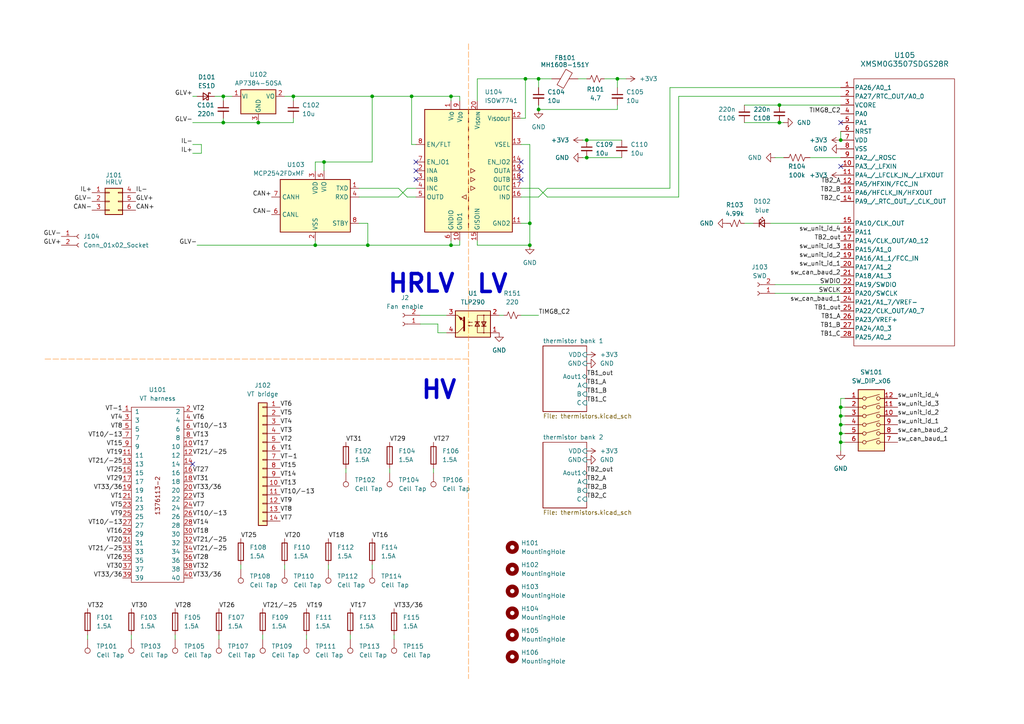
<source format=kicad_sch>
(kicad_sch (version 20250114) (generator "eeschema") (generator_version "9.0")
  (paper "A4")
  (text "HRLV" (at 132.334 85.344 0) (effects (font (size 5.08 5.08) (thickness 1.016) (bold yes)) (justify right bottom)))
  (text "LV" (at 137.922 79.502 0) (effects (font (size 5.08 5.08) (thickness 1.016) (bold yes)) (justify left top)))
  (text "HV" (at 132.842 110.236 0) (effects (font (size 5.08 5.08) (thickness 1.016) (bold yes)) (justify right top)))
  (junction (at 170.18 40.64))
  (junction (at 226.06 35.56))
  (junction (at 130.81 71.12))
  (junction (at 153.67 64.77))
  (junction (at 64.77 35.56))
  (junction (at 243.84 125.73))
  (junction (at 106.68 71.12))
  (junction (at 243.84 40.64))
  (junction (at 64.77 27.94))
  (junction (at 156.21 31.75))
  (junction (at 119.38 27.94))
  (junction (at 91.44 71.12))
  (junction (at 156.21 22.86))
  (junction (at 179.07 22.86))
  (junction (at 243.84 123.19))
  (junction (at 85.09 27.94))
  (junction (at 130.81 27.94))
  (junction (at 107.95 27.94))
  (junction (at 170.18 45.72))
  (junction (at 243.84 120.65))
  (junction (at 226.06 30.48))
  (junction (at 152.4 22.86))
  (junction (at 74.93 35.56))
  (junction (at 153.67 71.12))
  (junction (at 93.98 46.99))
  (junction (at 243.84 128.27))
  (junction (at 243.84 118.11))
  (no_connect (at 243.84 35.56))
  (no_connect (at 120.65 49.53))
  (no_connect (at 151.13 52.07))
  (no_connect (at 120.65 46.99))
  (no_connect (at 151.13 46.99))
  (no_connect (at 151.13 49.53))
  (no_connect (at 120.65 52.07))
  (no_connect (at 243.84 48.26))
  (no_connect (at 55.88 134.62))
  (wire (pts (xy 115.57 54.61) (xy 118.11 57.15)))
  (wire (pts (xy 245.11 115.57) (xy 243.84 115.57)))
  (wire (pts (xy 55.88 35.56) (xy 64.77 35.56)))
  (wire (pts (xy 243.84 123.19) (xy 243.84 125.73)))
  (wire (pts (xy 243.84 125.73) (xy 243.84 128.27)))
  (wire (pts (xy 224.79 45.72) (xy 227.33 45.72)))
  (wire (pts (xy 245.11 118.11) (xy 243.84 118.11)))
  (wire (pts (xy 118.11 54.61) (xy 115.57 57.15)))
  (wire (pts (xy 153.67 71.12) (xy 153.67 64.77)))
  (wire (pts (xy 153.67 41.91) (xy 151.13 41.91)))
  (wire (pts (xy 243.84 38.1) (xy 243.84 40.64)))
  (wire (pts (xy 55.88 41.91) (xy 58.42 41.91)))
  (wire (pts (xy 168.91 40.64) (xy 170.18 40.64)))
  (wire (pts (xy 151.13 54.61) (xy 156.21 54.61)))
  (wire (pts (xy 243.84 27.94) (xy 196.85 27.94)))
  (wire (pts (xy 138.43 69.85) (xy 138.43 71.12)))
  (wire (pts (xy 179.07 25.4) (xy 179.07 22.86)))
  (wire (pts (xy 119.38 27.94) (xy 130.81 27.94)))
  (wire (pts (xy 120.65 41.91) (xy 119.38 41.91)))
  (wire (pts (xy 153.67 64.77) (xy 153.67 41.91)))
  (wire (pts (xy 151.13 34.29) (xy 152.4 34.29)))
  (wire (pts (xy 107.95 163.83) (xy 107.95 165.1)))
  (wire (pts (xy 170.18 40.64) (xy 180.34 40.64)))
  (wire (pts (xy 144.78 91.44) (xy 146.05 91.44)))
  (wire (pts (xy 215.9 35.56) (xy 226.06 35.56)))
  (wire (pts (xy 64.77 27.94) (xy 64.77 29.21)))
  (wire (pts (xy 121.92 93.98) (xy 127 93.98)))
  (wire (pts (xy 119.38 27.94) (xy 119.38 41.91)))
  (wire (pts (xy 170.18 45.72) (xy 180.34 45.72)))
  (wire (pts (xy 151.13 64.77) (xy 153.67 64.77)))
  (wire (pts (xy 125.73 135.89) (xy 125.73 137.16)))
  (wire (pts (xy 82.55 163.83) (xy 82.55 165.1)))
  (wire (pts (xy 100.33 135.89) (xy 100.33 137.16)))
  (wire (pts (xy 76.2 184.15) (xy 76.2 185.42)))
  (wire (pts (xy 224.79 82.55) (xy 243.84 82.55)))
  (wire (pts (xy 130.81 27.94) (xy 130.81 29.21)))
  (wire (pts (xy 120.65 54.61) (xy 118.11 54.61)))
  (wire (pts (xy 114.3 184.15) (xy 114.3 185.42)))
  (wire (pts (xy 130.81 27.94) (xy 133.35 27.94)))
  (wire (pts (xy 38.1 184.15) (xy 38.1 185.42)))
  (wire (pts (xy 179.07 22.86) (xy 181.61 22.86)))
  (wire (pts (xy 194.31 25.4) (xy 243.84 25.4)))
  (wire (pts (xy 156.21 22.86) (xy 160.02 22.86)))
  (wire (pts (xy 156.21 57.15) (xy 158.75 54.61)))
  (wire (pts (xy 243.84 120.65) (xy 243.84 123.19)))
  (wire (pts (xy 127 96.52) (xy 129.54 96.52)))
  (polyline (pts (xy 135.89 104.14) (xy 12.7 104.14)) (stroke (width 0) (type dash) (color 255 146 46 1)))
  (wire (pts (xy 243.84 128.27) (xy 243.84 130.81)))
  (wire (pts (xy 151.13 91.44) (xy 156.21 91.44)))
  (wire (pts (xy 151.13 57.15) (xy 156.21 57.15)))
  (wire (pts (xy 106.68 71.12) (xy 130.81 71.12)))
  (wire (pts (xy 85.09 27.94) (xy 85.09 29.21)))
  (wire (pts (xy 62.23 27.94) (xy 64.77 27.94)))
  (wire (pts (xy 25.4 184.15) (xy 25.4 185.42)))
  (wire (pts (xy 85.09 35.56) (xy 85.09 34.29)))
  (wire (pts (xy 179.07 31.75) (xy 179.07 30.48)))
  (wire (pts (xy 245.11 128.27) (xy 243.84 128.27)))
  (wire (pts (xy 91.44 71.12) (xy 106.68 71.12)))
  (wire (pts (xy 63.5 184.15) (xy 63.5 185.42)))
  (wire (pts (xy 64.77 27.94) (xy 67.31 27.94)))
  (wire (pts (xy 196.85 57.15) (xy 158.75 57.15)))
  (wire (pts (xy 64.77 34.29) (xy 64.77 35.56)))
  (wire (pts (xy 243.84 115.57) (xy 243.84 118.11)))
  (wire (pts (xy 93.98 46.99) (xy 91.44 46.99)))
  (wire (pts (xy 156.21 54.61) (xy 158.75 57.15)))
  (wire (pts (xy 95.25 163.83) (xy 95.25 165.1)))
  (wire (pts (xy 55.88 27.94) (xy 57.15 27.94)))
  (wire (pts (xy 243.84 118.11) (xy 243.84 120.65)))
  (wire (pts (xy 93.98 46.99) (xy 107.95 46.99)))
  (wire (pts (xy 130.81 69.85) (xy 130.81 71.12)))
  (wire (pts (xy 69.85 163.83) (xy 69.85 165.1)))
  (wire (pts (xy 223.52 64.77) (xy 243.84 64.77)))
  (wire (pts (xy 226.06 35.56) (xy 227.33 35.56)))
  (wire (pts (xy 113.03 135.89) (xy 113.03 137.16)))
  (wire (pts (xy 175.26 22.86) (xy 179.07 22.86)))
  (wire (pts (xy 101.6 184.15) (xy 101.6 185.42)))
  (wire (pts (xy 91.44 69.85) (xy 91.44 71.12)))
  (wire (pts (xy 93.98 46.99) (xy 93.98 49.53)))
  (wire (pts (xy 107.95 46.99) (xy 107.95 27.94)))
  (wire (pts (xy 64.77 35.56) (xy 74.93 35.56)))
  (wire (pts (xy 224.79 85.09) (xy 243.84 85.09)))
  (wire (pts (xy 245.11 125.73) (xy 243.84 125.73)))
  (wire (pts (xy 156.21 31.75) (xy 179.07 31.75)))
  (wire (pts (xy 168.91 45.72) (xy 170.18 45.72)))
  (wire (pts (xy 167.64 22.86) (xy 170.18 22.86)))
  (wire (pts (xy 226.06 30.48) (xy 243.84 30.48)))
  (wire (pts (xy 106.68 64.77) (xy 106.68 71.12)))
  (wire (pts (xy 118.11 57.15) (xy 120.65 57.15)))
  (wire (pts (xy 85.09 27.94) (xy 107.95 27.94)))
  (wire (pts (xy 107.95 27.94) (xy 119.38 27.94)))
  (wire (pts (xy 115.57 54.61) (xy 104.14 54.61)))
  (wire (pts (xy 196.85 27.94) (xy 196.85 57.15)))
  (wire (pts (xy 85.09 27.94) (xy 82.55 27.94)))
  (wire (pts (xy 121.92 91.44) (xy 129.54 91.44)))
  (wire (pts (xy 58.42 44.45) (xy 58.42 41.91)))
  (wire (pts (xy 74.93 35.56) (xy 85.09 35.56)))
  (wire (pts (xy 138.43 22.86) (xy 152.4 22.86)))
  (wire (pts (xy 152.4 22.86) (xy 156.21 22.86)))
  (wire (pts (xy 130.81 71.12) (xy 133.35 71.12)))
  (wire (pts (xy 127 93.98) (xy 127 96.52)))
  (wire (pts (xy 245.11 123.19) (xy 243.84 123.19)))
  (wire (pts (xy 57.15 71.12) (xy 91.44 71.12)))
  (polyline (pts (xy 135.89 12.7) (xy 135.89 196.85)) (stroke (width 0) (type dash) (color 255 146 46 1)))
  (wire (pts (xy 133.35 71.12) (xy 133.35 69.85)))
  (wire (pts (xy 138.43 71.12) (xy 153.67 71.12)))
  (wire (pts (xy 138.43 29.21) (xy 138.43 22.86)))
  (wire (pts (xy 50.8 184.15) (xy 50.8 185.42)))
  (wire (pts (xy 104.14 64.77) (xy 106.68 64.77)))
  (wire (pts (xy 194.31 54.61) (xy 194.31 25.4)))
  (wire (pts (xy 158.75 54.61) (xy 194.31 54.61)))
  (wire (pts (xy 133.35 27.94) (xy 133.35 29.21)))
  (wire (pts (xy 156.21 22.86) (xy 156.21 25.4)))
  (wire (pts (xy 215.9 30.48) (xy 226.06 30.48)))
  (wire (pts (xy 88.9 184.15) (xy 88.9 185.42)))
  (wire (pts (xy 245.11 120.65) (xy 243.84 120.65)))
  (wire (pts (xy 115.57 57.15) (xy 104.14 57.15)))
  (wire (pts (xy 156.21 30.48) (xy 156.21 31.75)))
  (wire (pts (xy 55.88 44.45) (xy 58.42 44.45)))
  (wire (pts (xy 215.9 64.77) (xy 218.44 64.77)))
  (wire (pts (xy 234.95 45.72) (xy 243.84 45.72)))
  (wire (pts (xy 152.4 34.29) (xy 152.4 22.86)))
  (wire (pts (xy 91.44 46.99) (xy 91.44 49.53)))
  (label "VT13" (at 81.28 140.97 0))
  (label "VT17" (at 55.88 129.54 0))
  (label "CAN-" (at 78.74 62.23 180))
  (label "VT8" (at 35.56 124.46 180))
  (label "VT25" (at 69.85 156.21 0))
  (label "TB2_B" (at 243.84 55.88 180))
  (label "GLV-" (at 26.67 58.42 180))
  (label "IL+" (at 55.88 44.45 180))
  (label "TB1_A" (at 243.84 92.71 180))
  (label "GLV-" (at 17.78 68.58 180))
  (label "sw_unit_id_4" (at 260.35 115.57 0))
  (label "VT30" (at 35.56 165.1 180))
  (label "SWCLK" (at 243.84 85.09 180))
  (label "sw_unit_id_2" (at 243.84 74.93 180))
  (label "VT32" (at 55.88 165.1 0))
  (label "VT32" (at 25.4 176.53 0))
  (label "CAN+" (at 78.74 57.15 180))
  (label "VT9" (at 81.28 146.05 0))
  (label "sw_can_baud_1" (at 243.84 87.63 180))
  (label "TIMG8_C2" (at 243.84 33.02 180))
  (label "VT25" (at 35.56 137.16 180))
  (label "VT5" (at 81.28 120.65 0))
  (label "VT19" (at 35.56 132.08 180))
  (label "sw_can_baud_1" (at 260.35 128.27 0))
  (label "VT31" (at 55.88 139.7 0))
  (label "VT1" (at 35.56 144.78 180))
  (label "VT26" (at 35.56 162.56 180))
  (label "VT33{slash}36" (at 35.56 142.24 180))
  (label "sw_unit_id_3" (at 260.35 118.11 0))
  (label "GLV+" (at 39.37 58.42 0))
  (label "VT2" (at 81.28 128.27 0))
  (label "VT9" (at 35.56 149.86 180))
  (label "sw_unit_id_3" (at 243.84 72.39 180))
  (label "IL+" (at 26.67 55.88 180))
  (label "VT10{slash}-13" (at 55.88 149.86 0))
  (label "TB1_A" (at 170.18 111.76 0))
  (label "VT5" (at 35.56 147.32 180))
  (label "VT-1" (at 81.28 133.35 0))
  (label "VT21{slash}-25" (at 76.2 176.53 0))
  (label "sw_unit_id_2" (at 260.35 120.65 0))
  (label "VT28" (at 50.8 176.53 0))
  (label "TB2_out" (at 243.84 69.85 180))
  (label "VT20" (at 82.55 156.21 0))
  (label "VT-1" (at 35.56 119.38 180))
  (label "VT10{slash}-13" (at 81.28 143.51 0))
  (label "VT29" (at 113.03 128.27 0))
  (label "TB2_C" (at 243.84 58.42 180))
  (label "GLV+" (at 55.88 27.94 180))
  (label "VT33{slash}36" (at 55.88 167.64 0))
  (label "VT31" (at 100.33 128.27 0))
  (label "VT18" (at 55.88 154.94 0))
  (label "CAN-" (at 26.67 60.96 180))
  (label "IL-" (at 39.37 55.88 0))
  (label "TB1_out" (at 170.18 109.22 0))
  (label "VT16" (at 107.95 156.21 0))
  (label "VT33{slash}36" (at 55.88 142.24 0))
  (label "VT30" (at 38.1 176.53 0))
  (label "VT20" (at 35.56 157.48 180))
  (label "VT16" (at 35.56 154.94 180))
  (label "TB1_B" (at 170.18 114.3 0))
  (label "VT14" (at 55.88 152.4 0))
  (label "VT3" (at 81.28 125.73 0))
  (label "sw_unit_id_1" (at 243.84 77.47 180))
  (label "VT18" (at 95.25 156.21 0))
  (label "VT10{slash}-13" (at 35.56 127 180))
  (label "TB2_C" (at 170.18 144.78 0))
  (label "TIMG8_C2" (at 156.21 91.44 0))
  (label "VT15" (at 81.28 135.89 0))
  (label "sw_unit_id_1" (at 260.35 123.19 0))
  (label "TB2_A" (at 170.18 139.7 0))
  (label "TB1_C" (at 243.84 97.79 180))
  (label "VT27" (at 125.73 128.27 0))
  (label "VT33{slash}36" (at 35.56 167.64 180))
  (label "VT6" (at 55.88 121.92 0))
  (label "GLV-" (at 57.15 71.12 180))
  (label "VT29" (at 35.56 139.7 180))
  (label "VT26" (at 63.5 176.53 0))
  (label "VT14" (at 81.28 138.43 0))
  (label "TB1_C" (at 170.18 116.84 0))
  (label "VT10{slash}-13" (at 55.88 124.46 0))
  (label "GLV-" (at 55.88 35.56 180))
  (label "VT7" (at 55.88 147.32 0))
  (label "TB2_out" (at 170.18 137.16 0))
  (label "sw_can_baud_2" (at 243.84 80.01 180))
  (label "VT21{slash}-25" (at 55.88 160.02 0))
  (label "VT10{slash}-13" (at 35.56 152.4 180))
  (label "TB1_B" (at 243.84 95.25 180))
  (label "VT33{slash}36" (at 114.3 176.53 0))
  (label "CAN+" (at 39.37 60.96 0))
  (label "sw_can_baud_2" (at 260.35 125.73 0))
  (label "VT28" (at 55.88 162.56 0))
  (label "VT3" (at 55.88 144.78 0))
  (label "VT19" (at 88.9 176.53 0))
  (label "VT27" (at 55.88 137.16 0))
  (label "VT21{slash}-25" (at 35.56 160.02 180))
  (label "VT4" (at 81.28 123.19 0))
  (label "VT21{slash}-25" (at 55.88 157.48 0))
  (label "VT13" (at 55.88 127 0))
  (label "TB1_out" (at 243.84 90.17 180))
  (label "VT7" (at 81.28 151.13 0))
  (label "VT2" (at 55.88 119.38 0))
  (label "GLV+" (at 17.78 71.12 180))
  (label "VT6" (at 81.28 118.11 0))
  (label "VT8" (at 81.28 148.59 0))
  (label "VT17" (at 101.6 176.53 0))
  (label "sw_unit_id_4" (at 243.84 67.31 180))
  (label "VT21{slash}-25" (at 55.88 132.08 0))
  (label "VT21{slash}-25" (at 35.56 134.62 180))
  (label "SWDIO" (at 243.84 82.55 180))
  (label "TB2_B" (at 170.18 142.24 0))
  (label "TB2_A" (at 243.84 53.34 180))
  (label "IL-" (at 55.88 41.91 180))
  (label "VT1" (at 81.28 130.81 0))
  (label "VT4" (at 35.56 121.92 180))
  (label "VT15" (at 35.56 129.54 180))
  (symbol (lib_id "Connector:TestPoint") (at 101.6 185.42 180) (unit 1)
    (property "Reference" "TP113" (at 104.14 187.4519 0) (effects (justify right)))
    (property "Value" "Cell Tap" (at 104.14 189.9919 0) (effects (justify right)))
    (property "Footprint" "zzLocalLibraries-Footprints:pad 2.667x6.472mm" (effects (hide yes)))
    (property "Description" "test point" (effects (hide yes)))
  )
  (symbol (lib_id "Device:Fuse") (at 63.5 180.34 0) (unit 1)
    (property "Reference" "F107" (at 66.04 179.0699 0) (effects (justify left)))
    (property "Value" "1.5A" (at 66.04 181.6099 0) (effects (justify left)))
    (property "Footprint" "zzLocalLibraries-Footprints:yageo fuse 6.1x2.5mm midplane" (effects (hide yes)))
    (property "Description" "Fuse" (effects (hide yes)))
    (property "mouser" "https://www.mouser.com/ProductDetail/YAGEO/JC24F1251R?qs=iLKYxzqNS76OowKL6e%252Bptg%3D%3D" (effects (hide yes)))
    (property "unit x1" "0.18" (effects (hide yes)))
    (property "unit x10" "0.147" (effects (hide yes)))
    (property "unit x50" "0.131" (effects (hide yes)))
    (property "unit x100" "0.122" (effects (hide yes)))
  )
  (symbol (lib_id "Device:R_Small_US") (at 148.59 91.44 90) (unit 1)
    (property "Reference" "R151" (at 148.59 85.09 90))
    (property "Value" "220" (at 148.59 87.63 90))
    (property "Footprint" "Resistor_SMD:R_1206_3216Metric" (effects (hide yes)))
    (property "Description" "Resistor, small US symbol" (effects (hide yes)))
  )
  (symbol (lib_id "Regulator_Linear:AP7384-50SA") (at 74.93 27.94 0) (unit 1)
    (property "Reference" "U102" (at 74.93 21.59 0))
    (property "Value" "AP7384-50SA" (at 74.93 24.13 0))
    (property "Footprint" "Package_TO_SOT_SMD:SOT-23-3" (effects (hide yes)))
    (property "Datasheet" "https://www.diodes.com/assets/Datasheets/AP7384.pdf" (effects (hide yes)))
    (property "Description" "50mA Low Dropout Voltage Regulator, Fixed Output 5V, Wide Input Voltage Range 40V, SOT-23" (effects (hide yes)))
    (property "mouser" "https://www.mouser.com/ProductDetail/Diodes-Incorporated/AP7375-50SA-7?qs=t7xnP681wgX8yYKy1Pe5iA%3D%3D" (effects (hide yes)))
    (property "unit x1" "0.25" (effects (hide yes)))
    (property "unit x10" "0.174" (effects (hide yes)))
    (property "unit x25" "0.154" (effects (hide yes)))
  )
  (symbol (lib_id "power:GND") (at 153.67 71.12 0) (unit 1)
    (property "Reference" "#PWR0101" (effects (hide yes)))
    (property "Value" "GND" (at 153.67 76.2 0))
    (property "Description" "Power symbol creates a global label with name \"GND\" , ground" (effects (hide yes)))
  )
  (symbol (lib_id "power:+3V3") (at 181.61 22.86 270) (unit 1)
    (property "Reference" "#PWR0107" (effects (hide yes)))
    (property "Value" "+3V3" (at 185.42 22.8599 90) (effects (justify left)))
    (property "Description" "Power symbol creates a global label with name \"+3V3\"" (effects (hide yes)))
  )
  (symbol (lib_id "power:GND") (at 243.84 43.18 270) (unit 1)
    (property "Reference" "#PWR0112" (effects (hide yes)))
    (property "Value" "GND" (at 240.03 43.1799 90) (effects (justify right)))
    (property "Description" "Power symbol creates a global label with name \"GND\" , ground" (effects (hide yes)))
  )
  (symbol (lib_id "power:+3V3") (at 168.91 40.64 90) (unit 1)
    (property "Reference" "#PWR0114" (effects (hide yes)))
    (property "Value" "+3V3" (at 165.1 40.6399 90) (effects (justify left)))
    (property "Description" "Power symbol creates a global label with name \"+3V3\"" (effects (hide yes)))
  )
  (symbol (lib_id "power:GND") (at 168.91 45.72 270) (unit 1)
    (property "Reference" "#PWR0115" (effects (hide yes)))
    (property "Value" "GND" (at 165.1 45.7199 90) (effects (justify right)))
    (property "Description" "Power symbol creates a global label with name \"GND\" , ground" (effects (hide yes)))
  )
  (symbol (lib_id "Device:C_Small") (at 180.34 43.18 0) (unit 1)
    (property "Reference" "C110" (at 182.88 41.9162 0) (effects (justify left)))
    (property "Value" "10u" (at 182.88 44.4562 0) (effects (justify left)))
    (property "Footprint" "Capacitor_SMD:C_1206_3216Metric_Pad1.33x1.80mm_HandSolder" (effects (hide yes)))
    (property "mouser" "https://www.mouser.com/ProductDetail/Samsung-Electro-Mechanics/CL31A106KBHNNNE?qs=sGAEpiMZZMsh%252B1woXyUXjxqcB7t9naYpzWmpMbMJIKQ%3D" (effects (hide yes)))
    (property "specs" "10uF, 50VDC, X5R, 10%, -55C, +85C" (effects (hide yes)))
    (property "unit x10" "0.07" (effects (hide yes)))
  )
  (symbol (lib_id "power:+3V3") (at 243.84 40.64 90) (unit 1)
    (property "Reference" "#PWR0108" (effects (hide yes)))
    (property "Value" "+3V3" (at 240.03 40.6399 90) (effects (justify left)))
    (property "Description" "Power symbol creates a global label with name \"+3V3\"" (effects (hide yes)))
  )
  (symbol (lib_id "Mechanical:MountingHole") (at 148.59 184.15 0) (unit 1) (in_bom no)
    (property "Reference" "H105" (at 151.13 182.8799 0) (effects (justify left)))
    (property "Value" "MountingHole" (at 151.13 185.4199 0) (effects (justify left)))
    (property "Footprint" "MountingHole:MountingHole_3.5mm" (effects (hide yes)))
    (property "Description" "Mounting Hole without connection" (effects (hide yes)))
  )
  (symbol (lib_id "Switch:SW_DIP_x06") (at 252.73 123.19 0) (unit 1)
    (property "Reference" "SW101" (at 252.73 107.95 0))
    (property "Value" "SW_DIP_x06" (at 252.73 110.49 0))
    (property "Footprint" "Button_Switch_SMD:SW_DIP_SPSTx06_Slide_Copal_CHS-06B_W7.62mm_P1.27mm" (effects (hide yes)))
    (property "Description" "6x DIP Switch, Single Pole Single Throw (SPST) switch, small symbol" (effects (hide yes)))
    (property "mouser" "https://www.mouser.com/ProductDetail/Same-Sky/DS05-127-2-06BK-SMT-TR?qs=wnTfsH77Xs4komqOSO1RHA%3D%3D&srsltid=AfmBOoqYZ0ET69OYj9FMLbB77IkiC9Z727tyrlpyKPFisHyXLURIY2sR" (effects (hide yes)))
    (property "unit x1" "1.64" (effects (hide yes)))
    (property "unit x10" "1.39" (effects (hide yes)))
  )
  (symbol (lib_id "Connector:TestPoint") (at 76.2 185.42 180) (unit 1)
    (property "Reference" "TP109" (at 78.74 187.4519 0) (effects (justify right)))
    (property "Value" "Cell Tap" (at 78.74 189.9919 0) (effects (justify right)))
    (property "Footprint" "zzLocalLibraries-Footprints:pad 2.667x6.472mm" (effects (hide yes)))
    (property "Description" "test point" (effects (hide yes)))
  )
  (symbol (lib_id "power:+3V3") (at 170.18 130.81 270) (unit 1)
    (property "Reference" "#PWR0105" (effects (hide yes)))
    (property "Value" "+3V3" (at 173.99 130.8099 90) (effects (justify left)))
    (property "Description" "Power symbol creates a global label with name \"+3V3\"" (effects (hide yes)))
  )
  (symbol (lib_id "Interface_CAN_LIN:MCP2542FDxMF") (at 91.44 59.69 0) (mirror y) (unit 1)
    (property "Reference" "U103" (at 88.392 47.752 0) (effects (justify left)))
    (property "Value" "MCP2542FDxMF" (at 88.392 50.292 0) (effects (justify left)))
    (property "Footprint" "Package_SO:SOIC-8_3.9x4.9mm_P1.27mm" (effects (hide yes)))
    (property "Datasheet" "http://ww1.microchip.com/downloads/en/DeviceDoc/MCP2542FD-4FD-MCP2542WFD-4WFD-Data-Sheet20005514B.pdf" (effects (hide yes)))
    (property "Description" "CAN-FD Transceiver, Wake-Up on CAN activity, 8Mbps, 5V supply, STBY pin, 3x3 DFN-8" (effects (hide yes)))
    (property "mouser" "https://www.mouser.com/ProductDetail/579-MCP2542FD-E-SN" (effects (hide yes)))
    (property "unit x10" "0.86" (effects (hide yes)))
  )
  (symbol (lib_id "Device:Fuse") (at 25.4 180.34 0) (unit 1)
    (property "Reference" "F101" (at 27.94 179.0699 0) (effects (justify left)))
    (property "Value" "1.5A" (at 27.94 181.6099 0) (effects (justify left)))
    (property "Footprint" "zzLocalLibraries-Footprints:yageo fuse 6.1x2.5mm midplane" (effects (hide yes)))
    (property "Description" "Fuse" (effects (hide yes)))
    (property "mouser" "https://www.mouser.com/ProductDetail/YAGEO/JC24F1251R?qs=iLKYxzqNS76OowKL6e%252Bptg%3D%3D" (effects (hide yes)))
    (property "unit x1" "0.18" (effects (hide yes)))
    (property "unit x10" "0.147" (effects (hide yes)))
    (property "unit x50" "0.131" (effects (hide yes)))
    (property "unit x100" "0.122" (effects (hide yes)))
  )
  (symbol (lib_id "Connector:TestPoint") (at 88.9 185.42 180) (unit 1)
    (property "Reference" "TP111" (at 91.44 187.4519 0) (effects (justify right)))
    (property "Value" "Cell Tap" (at 91.44 189.9919 0) (effects (justify right)))
    (property "Footprint" "zzLocalLibraries-Footprints:pad 2.667x6.472mm" (effects (hide yes)))
    (property "Description" "test point" (effects (hide yes)))
  )
  (symbol (lib_id "Device:Fuse") (at 95.25 160.02 0) (unit 1)
    (property "Reference" "F112" (at 97.79 158.7499 0) (effects (justify left)))
    (property "Value" "1.5A" (at 97.79 161.2899 0) (effects (justify left)))
    (property "Footprint" "zzLocalLibraries-Footprints:yageo fuse 6.1x2.5mm midplane" (effects (hide yes)))
    (property "Description" "Fuse" (effects (hide yes)))
    (property "mouser" "https://www.mouser.com/ProductDetail/YAGEO/JC24F1251R?qs=iLKYxzqNS76OowKL6e%252Bptg%3D%3D" (effects (hide yes)))
    (property "unit x1" "0.18" (effects (hide yes)))
    (property "unit x10" "0.147" (effects (hide yes)))
    (property "unit x50" "0.131" (effects (hide yes)))
    (property "unit x100" "0.122" (effects (hide yes)))
  )
  (symbol (lib_id "Device:C_Small") (at 226.06 33.02 180) (unit 1)
    (property "Reference" "C108" (at 223.52 34.2838 0) (effects (justify left)))
    (property "Value" "220n" (at 223.52 31.7438 0) (effects (justify left)))
    (property "Footprint" "Capacitor_SMD:C_0805_2012Metric_Pad1.18x1.45mm_HandSolder" (effects (hide yes)))
    (property "Datasheet" "https://www.mouser.com/ProductDetail/Samsung-Electro-Mechanics/CL31B224KBFNNNF?qs=sGAEpiMZZMsh%252B1woXyUXj7iNKXiFkBmw7C%252BUlKpuDJ8%3D" (effects (hide yes)))
    (property "mouser" "https://www.mouser.com/ProductDetail/Samsung-Electro-Mechanics/CL21B224KCFSFNE?qs=664zcAxDQ0l4Y1eUk6Zc1g%3D%3D" (effects (hide yes)))
    (property "specs" "100VDC, X7R, 10%, -55C, +125C, 220nF" (effects (hide yes)))
    (property "unit x10" "0.054" (effects (hide yes)))
  )
  (symbol (lib_id "Device:Fuse") (at 113.03 132.08 0) (unit 1)
    (property "Reference" "F104" (at 115.57 130.8099 0) (effects (justify left)))
    (property "Value" "1.5A" (at 115.57 133.3499 0) (effects (justify left)))
    (property "Footprint" "zzLocalLibraries-Footprints:yageo fuse 6.1x2.5mm midplane" (effects (hide yes)))
    (property "Description" "Fuse" (effects (hide yes)))
    (property "mouser" "https://www.mouser.com/ProductDetail/YAGEO/JC24F1251R?qs=iLKYxzqNS76OowKL6e%252Bptg%3D%3D" (effects (hide yes)))
    (property "unit x1" "0.18" (effects (hide yes)))
    (property "unit x10" "0.147" (effects (hide yes)))
    (property "unit x50" "0.131" (effects (hide yes)))
    (property "unit x100" "0.122" (effects (hide yes)))
  )
  (symbol (lib_id "Connector:TestPoint") (at 114.3 185.42 180) (unit 1)
    (property "Reference" "TP115" (at 116.84 187.4519 0) (effects (justify right)))
    (property "Value" "Cell Tap" (at 116.84 189.9919 0) (effects (justify right)))
    (property "Footprint" "zzLocalLibraries-Footprints:pad 2.667x6.472mm" (effects (hide yes)))
    (property "Description" "test point" (effects (hide yes)))
  )
  (symbol (lib_id "Device:Fuse") (at 88.9 180.34 0) (unit 1)
    (property "Reference" "F111" (at 91.44 179.0699 0) (effects (justify left)))
    (property "Value" "1.5A" (at 91.44 181.6099 0) (effects (justify left)))
    (property "Footprint" "zzLocalLibraries-Footprints:yageo fuse 6.1x2.5mm midplane" (effects (hide yes)))
    (property "Description" "Fuse" (effects (hide yes)))
    (property "mouser" "https://www.mouser.com/ProductDetail/YAGEO/JC24F1251R?qs=iLKYxzqNS76OowKL6e%252Bptg%3D%3D" (effects (hide yes)))
    (property "unit x1" "0.18" (effects (hide yes)))
    (property "unit x10" "0.147" (effects (hide yes)))
    (property "unit x50" "0.131" (effects (hide yes)))
    (property "unit x100" "0.122" (effects (hide yes)))
  )
  (symbol (lib_id "Mechanical:MountingHole") (at 148.59 171.45 0) (unit 1) (in_bom no)
    (property "Reference" "H103" (at 151.13 170.1799 0) (effects (justify left)))
    (property "Value" "MountingHole" (at 151.13 172.7199 0) (effects (justify left)))
    (property "Footprint" "MountingHole:MountingHole_3.5mm" (effects (hide yes)))
    (property "Description" "Mounting Hole without connection" (effects (hide yes)))
  )
  (symbol (lib_id "Mechanical:MountingHole") (at 148.59 165.1 0) (unit 1) (in_bom no)
    (property "Reference" "H102" (at 151.13 163.8299 0) (effects (justify left)))
    (property "Value" "MountingHole" (at 151.13 166.3699 0) (effects (justify left)))
    (property "Footprint" "MountingHole:MountingHole_3.5mm" (effects (hide yes)))
    (property "Description" "Mounting Hole without connection" (effects (hide yes)))
  )
  (symbol (lib_id "power:+3V3") (at 243.84 50.8 90) (unit 1)
    (property "Reference" "#PWR0116" (effects (hide yes)))
    (property "Value" "+3V3" (at 240.03 50.7999 90) (effects (justify left)))
    (property "Description" "Power symbol creates a global label with name \"+3V3\"" (effects (hide yes)))
  )
  (symbol (lib_id "Connector:Conn_01x02_Socket") (at 116.84 93.98 180) (unit 1)
    (property "Reference" "J2" (at 117.475 86.36 0))
    (property "Value" "Fan enable" (at 117.475 88.9 0))
    (property "Footprint" "Connector_PinHeader_2.00mm:PinHeader_1x02_P2.00mm_Vertical" (effects (hide yes)))
    (property "Description" "Generic connector, single row, 01x02, script generated" (effects (hide yes)))
  )
  (symbol (lib_id "power:+3V3") (at 170.18 102.87 270) (unit 1)
    (property "Reference" "#PWR0103" (effects (hide yes)))
    (property "Value" "+3V3" (at 173.99 102.8699 90) (effects (justify left)))
    (property "Description" "Power symbol creates a global label with name \"+3V3\"" (effects (hide yes)))
  )
  (symbol (lib_id "Device:Fuse") (at 107.95 160.02 0) (unit 1)
    (property "Reference" "F114" (at 110.49 158.7499 0) (effects (justify left)))
    (property "Value" "1.5A" (at 110.49 161.2899 0) (effects (justify left)))
    (property "Footprint" "zzLocalLibraries-Footprints:yageo fuse 6.1x2.5mm midplane" (effects (hide yes)))
    (property "Description" "Fuse" (effects (hide yes)))
    (property "mouser" "https://www.mouser.com/ProductDetail/YAGEO/JC24F1251R?qs=iLKYxzqNS76OowKL6e%252Bptg%3D%3D" (effects (hide yes)))
    (property "unit x1" "0.18" (effects (hide yes)))
    (property "unit x10" "0.147" (effects (hide yes)))
    (property "unit x50" "0.131" (effects (hide yes)))
    (property "unit x100" "0.122" (effects (hide yes)))
  )
  (symbol (lib_id "Connector:TestPoint") (at 82.55 165.1 180) (unit 1)
    (property "Reference" "TP110" (at 85.09 167.1319 0) (effects (justify right)))
    (property "Value" "Cell Tap" (at 85.09 169.6719 0) (effects (justify right)))
    (property "Footprint" "zzLocalLibraries-Footprints:pad 2.667x6.472mm" (effects (hide yes)))
    (property "Description" "test point" (effects (hide yes)))
  )
  (symbol (lib_id "Device:C_Small") (at 64.77 31.75 0) (mirror y) (unit 1)
    (property "Reference" "C101" (at 62.23 30.4862 0) (effects (justify left)))
    (property "Value" "220n" (at 62.23 33.0262 0) (effects (justify left)))
    (property "Footprint" "Capacitor_SMD:C_0805_2012Metric_Pad1.18x1.45mm_HandSolder" (effects (hide yes)))
    (property "Datasheet" "https://www.mouser.com/ProductDetail/Samsung-Electro-Mechanics/CL31B224KBFNNNF?qs=sGAEpiMZZMsh%252B1woXyUXj7iNKXiFkBmw7C%252BUlKpuDJ8%3D" (effects (hide yes)))
    (property "mouser" "https://www.mouser.com/ProductDetail/Samsung-Electro-Mechanics/CL21B224KCFSFNE?qs=664zcAxDQ0l4Y1eUk6Zc1g%3D%3D" (effects (hide yes)))
    (property "specs" "100VDC, X7R, 10%, -55C, +125C, 220nF" (effects (hide yes)))
    (property "unit x10" "0.054" (effects (hide yes)))
  )
  (symbol (lib_id "zzLocalLibrary:13761132") (at 45.72 143.51 270) (unit 1)
    (property "Reference" "U101" (at 45.72 113.03 90))
    (property "Value" "VT harness" (at 45.72 115.57 90))
    (property "Footprint" "zzLocalLibraries-Footprints:13761132" (effects (hide yes)))
  )
  (symbol (lib_id "Connector:TestPoint") (at 50.8 185.42 180) (unit 1)
    (property "Reference" "TP105" (at 53.34 187.4519 0) (effects (justify right)))
    (property "Value" "Cell Tap" (at 53.34 189.9919 0) (effects (justify right)))
    (property "Footprint" "zzLocalLibraries-Footprints:pad 2.667x6.472mm" (effects (hide yes)))
    (property "Description" "test point" (effects (hide yes)))
  )
  (symbol (lib_id "Device:Fuse") (at 38.1 180.34 0) (unit 1)
    (property "Reference" "F103" (at 40.64 179.0699 0) (effects (justify left)))
    (property "Value" "1.5A" (at 40.64 181.6099 0) (effects (justify left)))
    (property "Footprint" "zzLocalLibraries-Footprints:yageo fuse 6.1x2.5mm midplane" (effects (hide yes)))
    (property "Description" "Fuse" (effects (hide yes)))
    (property "mouser" "https://www.mouser.com/ProductDetail/YAGEO/JC24F1251R?qs=iLKYxzqNS76OowKL6e%252Bptg%3D%3D" (effects (hide yes)))
    (property "unit x1" "0.18" (effects (hide yes)))
    (property "unit x10" "0.147" (effects (hide yes)))
    (property "unit x50" "0.131" (effects (hide yes)))
    (property "unit x100" "0.122" (effects (hide yes)))
  )
  (symbol (lib_id "Isolator:TLP290") (at 137.16 93.98 180) (unit 1)
    (property "Reference" "U1" (at 137.16 85.09 0))
    (property "Value" "TLP290" (at 137.16 87.63 0))
    (property "Footprint" "Package_SO:SOP-4_4.4x2.6mm_P1.27mm" (effects (hide yes)))
    (property "Datasheet" "https://toshiba.semicon-storage.com/info/docget.jsp?did=12882&prodName=TLP290" (effects (hide yes)))
    (property "Description" "AC/DC Phototransistor Optocoupler, Vce 80V, CTR 50-600%, not recommended for new designs, SOP4" (effects (hide yes)))
  )
  (symbol (lib_id "Device:FerriteBead") (at 163.83 22.86 90) (unit 1)
    (property "Reference" "FB101" (at 163.8808 16.764 90))
    (property "Value" "MH1608-151Y" (at 163.83 18.796 90))
    (property "Footprint" "Inductor_SMD:L_0603_1608Metric_Pad1.05x0.95mm_HandSolder" (effects (hide yes)))
    (property "Description" "Ferrite bead" (effects (hide yes)))
    (property "specs" "150R@100Mhz +-25%, 0.1@DC, 2A max, -55C, +125C" (effects (hide yes)))
    (property "mouser" "https://www.mouser.com/ProductDetail/Bourns/MH1608-151Y?qs=aqFbwuCjQomGpgiGtpDD0g%3D%3D" (effects (hide yes)))
    (property "unit x1" "0.10" (effects (hide yes)))
    (property "unit x10" "0.07" (effects (hide yes)))
    (property "unit x25" "0.055" (effects (hide yes)))
  )
  (symbol (lib_id "Device:Fuse") (at 125.73 132.08 0) (unit 1)
    (property "Reference" "F106" (at 128.27 130.8099 0) (effects (justify left)))
    (property "Value" "1.5A" (at 128.27 133.3499 0) (effects (justify left)))
    (property "Footprint" "zzLocalLibraries-Footprints:yageo fuse 6.1x2.5mm midplane" (effects (hide yes)))
    (property "Description" "Fuse" (effects (hide yes)))
    (property "mouser" "https://www.mouser.com/ProductDetail/YAGEO/JC24F1251R?qs=iLKYxzqNS76OowKL6e%252Bptg%3D%3D" (effects (hide yes)))
    (property "unit x1" "0.18" (effects (hide yes)))
    (property "unit x10" "0.147" (effects (hide yes)))
    (property "unit x50" "0.131" (effects (hide yes)))
    (property "unit x100" "0.122" (effects (hide yes)))
  )
  (symbol (lib_id "Device:R_US") (at 231.14 45.72 270) (unit 1)
    (property "Reference" "R104" (at 231.14 48.26 90))
    (property "Value" "100k" (at 231.14 50.8 90))
    (property "Footprint" "Resistor_SMD:R_1206_3216Metric_Pad1.30x1.75mm_HandSolder" (effects (hide yes)))
    (property "Datasheet" "https://www.mouser.com/ProductDetail/Bourns/CHV1206-FX-1003EST?qs=QNEnbhJQKvb7tN9X9nEnDA%3D%3D" (effects (hide yes)))
    (property "Description" "Resistor, US symbol" (effects (hide yes)))
    (property "mouser" "https://www.mouser.com/ProductDetail/Bourns/CHV1206-FX-1003EST?qs=QNEnbhJQKvb7tN9X9nEnDA%3D%3D" (effects (hide yes)))
    (property "specs" "100kOhm, 800V, 250mW, 100PPM, 1%, -55C, 155C" (effects (hide yes)))
    (property "unit x10" "0.083" (effects (hide yes)))
  )
  (symbol (lib_id "Mechanical:MountingHole") (at 148.59 158.75 0) (unit 1) (in_bom no)
    (property "Reference" "H101" (at 151.13 157.4799 0) (effects (justify left)))
    (property "Value" "MountingHole" (at 151.13 160.0199 0) (effects (justify left)))
    (property "Footprint" "MountingHole:MountingHole_3.5mm" (effects (hide yes)))
    (property "Description" "Mounting Hole without connection" (effects (hide yes)))
  )
  (symbol (lib_id "Connector:TestPoint") (at 107.95 165.1 180) (unit 1)
    (property "Reference" "TP114" (at 110.49 167.1319 0) (effects (justify right)))
    (property "Value" "Cell Tap" (at 110.49 169.6719 0) (effects (justify right)))
    (property "Footprint" "zzLocalLibraries-Footprints:pad 2.667x6.472mm" (effects (hide yes)))
    (property "Description" "test point" (effects (hide yes)))
  )
  (symbol (lib_id "power:GND") (at 227.33 35.56 90) (unit 1)
    (property "Reference" "#PWR0111" (effects (hide yes)))
    (property "Value" "GND" (at 231.14 35.5599 90) (effects (justify right)))
    (property "Description" "Power symbol creates a global label with name \"GND\" , ground" (effects (hide yes)))
  )
  (symbol (lib_id "Device:Fuse") (at 101.6 180.34 0) (unit 1)
    (property "Reference" "F113" (at 104.14 179.0699 0) (effects (justify left)))
    (property "Value" "1.5A" (at 104.14 181.6099 0) (effects (justify left)))
    (property "Footprint" "zzLocalLibraries-Footprints:yageo fuse 6.1x2.5mm midplane" (effects (hide yes)))
    (property "Description" "Fuse" (effects (hide yes)))
    (property "mouser" "https://www.mouser.com/ProductDetail/YAGEO/JC24F1251R?qs=iLKYxzqNS76OowKL6e%252Bptg%3D%3D" (effects (hide yes)))
    (property "unit x1" "0.18" (effects (hide yes)))
    (property "unit x10" "0.147" (effects (hide yes)))
    (property "unit x50" "0.131" (effects (hide yes)))
    (property "unit x100" "0.122" (effects (hide yes)))
  )
  (symbol (lib_id "Mechanical:MountingHole") (at 148.59 190.5 0) (unit 1) (in_bom no)
    (property "Reference" "H106" (at 151.13 189.2299 0) (effects (justify left)))
    (property "Value" "MountingHole" (at 151.13 191.7699 0) (effects (justify left)))
    (property "Footprint" "MountingHole:MountingHole_3.5mm" (effects (hide yes)))
    (property "Description" "Mounting Hole without connection" (effects (hide yes)))
  )
  (symbol (lib_id "Device:R_Small_US") (at 213.36 64.77 90) (mirror x) (unit 1)
    (property "Reference" "R103" (at 213.106 59.436 90))
    (property "Value" "4.99k" (at 213.106 61.976 90))
    (property "Footprint" "Resistor_SMD:R_1206_3216Metric_Pad1.30x1.75mm_HandSolder" (effects (hide yes)))
    (property "Description" "Resistor, US symbol" (effects (hide yes)))
    (property "mouser" "https://www.mouser.com/ProductDetail/SEI-Stackpole/RNCP1206FTD4K99?qs=sGAEpiMZZMvdGkrng054tyMPH50YnZ95yR%2FF2bQQIaAb5UdPiGbTtQ%3D%3D" (effects (hide yes)))
    (property "specs" "4.99kOhm, 200V, 500mW, 1%, 100PPM, -55C, +155C" (effects (hide yes)))
    (property "unit x10" "0.016" (effects (hide yes)))
    (property "unit x1" "0.1" (effects (hide yes)))
  )
  (symbol (lib_id "zzLocalLibrary:XMSM0G3507SDGS28R") (at 261.62 60.96 0) (unit 1)
    (property "Reference" "U105" (at 262.382 16.002 0) (effects (font (size 1.524 1.524))))
    (property "Value" "XMSM0G3507SDGS28R" (at 262.382 18.542 0) (effects (font (size 1.524 1.524))))
    (property "Footprint" "zzLocalLibraries-Footprints:VSSOP28_DGS_TEX-M" (effects (hide yes)))
    (property "Datasheet" "https://www.ti.com/lit/gpn/mspm0g3507" (effects (hide yes)))
    (property "Description" "theres like 5 variants with 1 letter different, make sure it fits!" (effects (hide yes)))
    (property "mouser" "https://www.mouser.com/ProductDetail/Texas-Instruments/MSPM0G3507SDGS28R?qs=sGAEpiMZZMuI9neUTtPr757IDD%2FwidVOASL%252BOMa3IXXc2xnWhy0sWg%3D%3D" (effects (hide yes)))
    (property "unit x10" "02.14" (effects (hide yes)))
    (property "unit x1" "3.25" (effects (hide yes)))
  )
  (symbol (lib_id "Connector:TestPoint") (at 95.25 165.1 180) (unit 1)
    (property "Reference" "TP112" (at 97.79 167.1319 0) (effects (justify right)))
    (property "Value" "Cell Tap" (at 97.79 169.6719 0) (effects (justify right)))
    (property "Footprint" "zzLocalLibraries-Footprints:pad 2.667x6.472mm" (effects (hide yes)))
    (property "Description" "test point" (effects (hide yes)))
  )
  (symbol (lib_id "Device:C_Small") (at 85.09 31.75 0) (unit 1)
    (property "Reference" "C102" (at 87.63 30.4862 0) (effects (justify left)))
    (property "Value" "10u" (at 87.63 33.0262 0) (effects (justify left)))
    (property "Footprint" "Capacitor_SMD:C_1206_3216Metric_Pad1.33x1.80mm_HandSolder" (effects (hide yes)))
    (property "mouser" "https://www.mouser.com/ProductDetail/Samsung-Electro-Mechanics/CL31A106KBHNNNE?qs=sGAEpiMZZMsh%252B1woXyUXjxqcB7t9naYpzWmpMbMJIKQ%3D" (effects (hide yes)))
    (property "specs" "10uF, 50VDC, X5R, 10%, -55C, +85C" (effects (hide yes)))
    (property "unit x10" "0.07" (effects (hide yes)))
  )
  (symbol (lib_id "Connector:TestPoint") (at 125.73 137.16 180) (unit 1)
    (property "Reference" "TP106" (at 128.27 139.1919 0) (effects (justify right)))
    (property "Value" "Cell Tap" (at 128.27 141.7319 0) (effects (justify right)))
    (property "Footprint" "zzLocalLibraries-Footprints:pad 2.667x6.472mm" (effects (hide yes)))
    (property "Description" "test point" (effects (hide yes)))
  )
  (symbol (lib_id "Connector:TestPoint") (at 100.33 137.16 180) (unit 1)
    (property "Reference" "TP102" (at 102.87 139.1919 0) (effects (justify right)))
    (property "Value" "Cell Tap" (at 102.87 141.7319 0) (effects (justify right)))
    (property "Footprint" "zzLocalLibraries-Footprints:pad 2.667x6.472mm" (effects (hide yes)))
    (property "Description" "test point" (effects (hide yes)))
  )
  (symbol (lib_id "Connector:TestPoint") (at 113.03 137.16 180) (unit 1)
    (property "Reference" "TP104" (at 115.57 139.1919 0) (effects (justify right)))
    (property "Value" "Cell Tap" (at 115.57 141.7319 0) (effects (justify right)))
    (property "Footprint" "zzLocalLibraries-Footprints:pad 2.667x6.472mm" (effects (hide yes)))
    (property "Description" "test point" (effects (hide yes)))
  )
  (symbol (lib_id "Connector:TestPoint") (at 69.85 165.1 180) (unit 1)
    (property "Reference" "TP108" (at 72.39 167.1319 0) (effects (justify right)))
    (property "Value" "Cell Tap" (at 72.39 169.6719 0) (effects (justify right)))
    (property "Footprint" "zzLocalLibraries-Footprints:pad 2.667x6.472mm" (effects (hide yes)))
    (property "Description" "test point" (effects (hide yes)))
  )
  (symbol (lib_id "Device:Fuse") (at 114.3 180.34 0) (unit 1)
    (property "Reference" "F115" (at 116.84 179.0699 0) (effects (justify left)))
    (property "Value" "1.5A" (at 116.84 181.6099 0) (effects (justify left)))
    (property "Footprint" "zzLocalLibraries-Footprints:yageo fuse 6.1x2.5mm midplane" (effects (hide yes)))
    (property "Description" "Fuse" (effects (hide yes)))
    (property "mouser" "https://www.mouser.com/ProductDetail/YAGEO/JC24F1251R?qs=iLKYxzqNS76OowKL6e%252Bptg%3D%3D" (effects (hide yes)))
    (property "unit x1" "0.18" (effects (hide yes)))
    (property "unit x10" "0.147" (effects (hide yes)))
    (property "unit x50" "0.131" (effects (hide yes)))
    (property "unit x100" "0.122" (effects (hide yes)))
  )
  (symbol (lib_id "Device:C_Small") (at 156.21 27.94 0) (unit 1)
    (property "Reference" "C104" (at 158.75 26.6762 0) (effects (justify left)))
    (property "Value" "10u" (at 158.75 29.2162 0) (effects (justify left)))
    (property "Footprint" "Capacitor_SMD:C_1206_3216Metric_Pad1.33x1.80mm_HandSolder" (effects (hide yes)))
    (property "mouser" "https://www.mouser.com/ProductDetail/Samsung-Electro-Mechanics/CL31A106KBHNNNE?qs=sGAEpiMZZMsh%252B1woXyUXjxqcB7t9naYpzWmpMbMJIKQ%3D" (effects (hide yes)))
    (property "specs" "10uF, 50VDC, X5R, 10%, -55C, +85C" (effects (hide yes)))
    (property "unit x10" "0.07" (effects (hide yes)))
  )
  (symbol (lib_id "Connector:TestPoint") (at 38.1 185.42 180) (unit 1)
    (property "Reference" "TP103" (at 40.64 187.4519 0) (effects (justify right)))
    (property "Value" "Cell Tap" (at 40.64 189.9919 0) (effects (justify right)))
    (property "Footprint" "zzLocalLibraries-Footprints:pad 2.667x6.472mm" (effects (hide yes)))
    (property "Description" "test point" (effects (hide yes)))
  )
  (symbol (lib_id "Device:Fuse") (at 50.8 180.34 0) (unit 1)
    (property "Reference" "F105" (at 53.34 179.0699 0) (effects (justify left)))
    (property "Value" "1.5A" (at 53.34 181.6099 0) (effects (justify left)))
    (property "Footprint" "zzLocalLibraries-Footprints:yageo fuse 6.1x2.5mm midplane" (effects (hide yes)))
    (property "Description" "Fuse" (effects (hide yes)))
    (property "mouser" "https://www.mouser.com/ProductDetail/YAGEO/JC24F1251R?qs=iLKYxzqNS76OowKL6e%252Bptg%3D%3D" (effects (hide yes)))
    (property "unit x1" "0.18" (effects (hide yes)))
    (property "unit x10" "0.147" (effects (hide yes)))
    (property "unit x50" "0.131" (effects (hide yes)))
    (property "unit x100" "0.122" (effects (hide yes)))
  )
  (symbol (lib_id "Device:C_Small") (at 170.18 43.18 0) (unit 1)
    (property "Reference" "C109" (at 172.72 41.9162 0) (effects (justify left)))
    (property "Value" "10u" (at 172.72 44.4562 0) (effects (justify left)))
    (property "Footprint" "Capacitor_SMD:C_1206_3216Metric_Pad1.33x1.80mm_HandSolder" (effects (hide yes)))
    (property "mouser" "https://www.mouser.com/ProductDetail/Samsung-Electro-Mechanics/CL31A106KBHNNNE?qs=sGAEpiMZZMsh%252B1woXyUXjxqcB7t9naYpzWmpMbMJIKQ%3D" (effects (hide yes)))
    (property "specs" "10uF, 50VDC, X5R, 10%, -55C, +85C" (effects (hide yes)))
    (property "unit x10" "0.07" (effects (hide yes)))
  )
  (symbol (lib_id "Connector:TestPoint") (at 63.5 185.42 180) (unit 1)
    (property "Reference" "TP107" (at 66.04 187.4519 0) (effects (justify right)))
    (property "Value" "Cell Tap" (at 66.04 189.9919 0) (effects (justify right)))
    (property "Footprint" "zzLocalLibraries-Footprints:pad 2.667x6.472mm" (effects (hide yes)))
    (property "Description" "test point" (effects (hide yes)))
  )
  (symbol (lib_id "power:GND") (at 224.79 45.72 270) (unit 1)
    (property "Reference" "#PWR0109" (effects (hide yes)))
    (property "Value" "GND" (at 220.98 45.7199 90) (effects (justify right)))
    (property "Description" "Power symbol creates a global label with name \"GND\" , ground" (effects (hide yes)))
  )
  (symbol (lib_id "power:GND") (at 170.18 133.35 90) (unit 1)
    (property "Reference" "#PWR0106" (effects (hide yes)))
    (property "Value" "GND" (at 173.99 133.3499 90) (effects (justify right)))
    (property "Description" "Power symbol creates a global label with name \"GND\" , ground" (effects (hide yes)))
  )
  (symbol (lib_id "power:GND") (at 210.82 64.77 270) (unit 1)
    (property "Reference" "#PWR0110" (effects (hide yes)))
    (property "Value" "GND" (at 207.01 64.7699 90) (effects (justify right)))
    (property "Description" "Power symbol creates a global label with name \"GND\" , ground" (effects (hide yes)))
  )
  (symbol (lib_id "Connector:Conn_01x02_Socket") (at 219.71 85.09 180) (unit 1)
    (property "Reference" "J103" (at 220.345 77.47 0))
    (property "Value" "SWD" (at 220.345 80.01 0))
    (property "Footprint" "Connector_PinHeader_2.54mm:PinHeader_1x02_P2.54mm_Vertical" (effects (hide yes)))
    (property "Description" "Generic connector, single row, 01x02, script generated" (effects (hide yes)))
  )
  (symbol (lib_id "Device:C_Small") (at 215.9 33.02 180) (unit 1)
    (property "Reference" "C106" (at 213.36 34.2838 0) (effects (justify left)))
    (property "Value" "220n" (at 213.36 31.7438 0) (effects (justify left)))
    (property "Footprint" "Capacitor_SMD:C_0805_2012Metric_Pad1.18x1.45mm_HandSolder" (effects (hide yes)))
    (property "Datasheet" "https://www.mouser.com/ProductDetail/Samsung-Electro-Mechanics/CL31B224KBFNNNF?qs=sGAEpiMZZMsh%252B1woXyUXj7iNKXiFkBmw7C%252BUlKpuDJ8%3D" (effects (hide yes)))
    (property "mouser" "https://www.mouser.com/ProductDetail/Samsung-Electro-Mechanics/CL21B224KCFSFNE?qs=664zcAxDQ0l4Y1eUk6Zc1g%3D%3D" (effects (hide yes)))
    (property "specs" "100VDC, X7R, 10%, -55C, +125C, 220nF" (effects (hide yes)))
    (property "unit x10" "0.054" (effects (hide yes)))
  )
  (symbol (lib_id "power:GND") (at 144.78 96.52 0) (unit 1)
    (property "Reference" "#PWR01" (effects (hide yes)))
    (property "Value" "GND" (at 144.78 101.6 0))
    (property "Description" "Power symbol creates a global label with name \"GND\" , ground" (effects (hide yes)))
  )
  (symbol (lib_id "power:GND") (at 156.21 31.75 0) (unit 1)
    (property "Reference" "#PWR0102" (effects (hide yes)))
    (property "Value" "GND" (at 156.21 36.83 0))
    (property "Description" "Power symbol creates a global label with name \"GND\" , ground" (effects (hide yes)))
  )
  (symbol (lib_id "Device:C_Small") (at 179.07 27.94 0) (unit 1)
    (property "Reference" "C105" (at 181.61 26.6762 0) (effects (justify left)))
    (property "Value" "10u" (at 181.61 29.2162 0) (effects (justify left)))
    (property "Footprint" "Capacitor_SMD:C_1206_3216Metric_Pad1.33x1.80mm_HandSolder" (effects (hide yes)))
    (property "mouser" "https://www.mouser.com/ProductDetail/Samsung-Electro-Mechanics/CL31A106KBHNNNE?qs=sGAEpiMZZMsh%252B1woXyUXjxqcB7t9naYpzWmpMbMJIKQ%3D" (effects (hide yes)))
    (property "specs" "10uF, 50VDC, X5R, 10%, -55C, +85C" (effects (hide yes)))
    (property "unit x10" "0.07" (effects (hide yes)))
  )
  (symbol (lib_id "Device:Fuse") (at 100.33 132.08 0) (unit 1)
    (property "Reference" "F102" (at 102.87 130.8099 0) (effects (justify left)))
    (property "Value" "1.5A" (at 102.87 133.3499 0) (effects (justify left)))
    (property "Footprint" "zzLocalLibraries-Footprints:yageo fuse 6.1x2.5mm midplane" (effects (hide yes)))
    (property "Description" "Fuse" (effects (hide yes)))
    (property "mouser" "https://www.mouser.com/ProductDetail/YAGEO/JC24F1251R?qs=iLKYxzqNS76OowKL6e%252Bptg%3D%3D" (effects (hide yes)))
    (property "unit x1" "0.18" (effects (hide yes)))
    (property "unit x10" "0.147" (effects (hide yes)))
    (property "unit x50" "0.131" (effects (hide yes)))
    (property "unit x100" "0.122" (effects (hide yes)))
  )
  (symbol (lib_id "Device:R_Small_US") (at 172.72 22.86 90) (unit 1)
    (property "Reference" "R101" (at 172.72 25.908 90))
    (property "Value" "4.7" (at 172.72 28.448 90))
    (property "Footprint" "Resistor_SMD:R_1206_3216Metric_Pad1.30x1.75mm_HandSolder" (effects (hide yes)))
    (property "Description" "Resistor, US symbol" (effects (hide yes)))
    (property "mouser" "https://www.mouser.com/ProductDetail/SEI-Stackpole/RPC1206JT4R70-UP?qs=sGAEpiMZZMvdGkrng054txLI%2FDB4oIKDXtdLgSWjnqmlrhSMIqpoQw%3D%3D" (effects (hide yes)))
    (property "specs" "4.7 ohm, 750mW, 500V, pulse, 5% 200ppm, -55C, +155C" (effects (hide yes)))
    (property "unit x10" "0.058" (effects (hide yes)))
    (property "unit x1" "0.24" (effects (hide yes)))
  )
  (symbol (lib_id "Device:Fuse") (at 69.85 160.02 0) (unit 1)
    (property "Reference" "F108" (at 72.39 158.7499 0) (effects (justify left)))
    (property "Value" "1.5A" (at 72.39 161.2899 0) (effects (justify left)))
    (property "Footprint" "zzLocalLibraries-Footprints:yageo fuse 6.1x2.5mm midplane" (effects (hide yes)))
    (property "Description" "Fuse" (effects (hide yes)))
    (property "mouser" "https://www.mouser.com/ProductDetail/YAGEO/JC24F1251R?qs=iLKYxzqNS76OowKL6e%252Bptg%3D%3D" (effects (hide yes)))
    (property "unit x1" "0.18" (effects (hide yes)))
    (property "unit x10" "0.147" (effects (hide yes)))
    (property "unit x50" "0.131" (effects (hide yes)))
    (property "unit x100" "0.122" (effects (hide yes)))
  )
  (symbol (lib_id "Device:D_Schottky_Small") (at 59.69 27.94 0) (mirror y) (unit 1)
    (property "Reference" "D101" (at 57.404 22.352 0) (effects (justify right)))
    (property "Value" "ES1D" (at 57.404 24.892 0) (effects (justify right)))
    (property "Footprint" "Diode_SMD:D_SMA" (effects (hide yes)))
    (property "Description" "Schottky diode, small symbol" (effects (hide yes)))
    (property "mouser" "https://www.mouser.com/ProductDetail/onsemi-Fairchild/ES1C?qs=sGAEpiMZZMtbRapU8LlZDwxyh3P6uVi9ZaZE%252B629d7E%3D" (effects (hide yes)))
    (property "unit x10" "0.086" (effects (hide yes)))
    (property "specs" "920mVf, 150Vr, 1Aconstant, 15nSr,15Ar, 1.47W -50C, +150C" (effects (hide yes)))
    (property "unit x1" "0.10" (effects (hide yes)))
  )
  (symbol (lib_id "Device:Fuse") (at 76.2 180.34 0) (unit 1)
    (property "Reference" "F109" (at 78.74 179.0699 0) (effects (justify left)))
    (property "Value" "1.5A" (at 78.74 181.6099 0) (effects (justify left)))
    (property "Footprint" "zzLocalLibraries-Footprints:yageo fuse 6.1x2.5mm midplane" (effects (hide yes)))
    (property "Description" "Fuse" (effects (hide yes)))
    (property "mouser" "https://www.mouser.com/ProductDetail/YAGEO/JC24F1251R?qs=iLKYxzqNS76OowKL6e%252Bptg%3D%3D" (effects (hide yes)))
    (property "unit x1" "0.18" (effects (hide yes)))
    (property "unit x10" "0.147" (effects (hide yes)))
    (property "unit x50" "0.131" (effects (hide yes)))
    (property "unit x100" "0.122" (effects (hide yes)))
  )
  (symbol (lib_id "Connector_Generic:Conn_02x03_Top_Bottom") (at 31.75 58.42 0) (unit 1)
    (property "Reference" "J101" (at 33.02 50.8 0))
    (property "Value" "HRLV" (at 33.02 52.832 0))
    (property "Footprint" "Connector_Molex:Molex_Micro-Fit_3.0_43045-0612_2x03_P3.00mm_Vertical" (effects (hide yes)))
    (property "Description" "Generic connector, double row, 02x03, top/bottom pin numbering scheme (row 1: 1...pins_per_row, row2: pins_per_row+1 ... num_pins), script generated (kicad-library-utils/schlib/autogen/connector/)" (effects (hide yes)))
    (property "mouser" "https://www.mouser.com/ProductDetail/Molex/43045-0612?qs=KC2ywxza1kqWo9LLJ5Lh3w%3D%3D" (effects (hide yes)))
    (property "unit x10" "0.721" (effects (hide yes)))
    (property "unit x1" "0.85" (effects (hide yes)))
  )
  (symbol (lib_id "Device:LED_Small") (at 220.98 64.77 0) (unit 1)
    (property "Reference" "D102" (at 221.0435 58.42 0))
    (property "Value" "blue" (at 221.0435 60.96 0))
    (property "Footprint" "LED_SMD:LED_0805_2012Metric_Pad1.15x1.40mm_HandSolder" (effects (hide yes)))
    (property "Description" "Light emitting diode, small symbol" (effects (hide yes)))
    (property "specs" "5mA, 90mW, 2.6Vf, 5Vr, 470nm, 40mcd" (effects (hide yes)))
    (property "mouser" "https://www.mouser.com/ProductDetail/Inolux/IN-S85CS5B?qs=stqOd1AaK79rJ2RZKPoGSg%3D%3D" (effects (hide yes)))
    (property "unit x10" "0.15" (effects (hide yes)))
    (property "unit x1" "0.22" (effects (hide yes)))
  )
  (symbol (lib_id "power:GND") (at 243.84 130.81 0) (unit 1)
    (property "Reference" "#PWR0113" (effects (hide yes)))
    (property "Value" "GND" (at 243.84 135.89 0))
    (property "Description" "Power symbol creates a global label with name \"GND\" , ground" (effects (hide yes)))
  )
  (symbol (lib_id "power:GND") (at 170.18 105.41 90) (unit 1)
    (property "Reference" "#PWR0104" (effects (hide yes)))
    (property "Value" "GND" (at 173.99 105.4099 90) (effects (justify right)))
    (property "Description" "Power symbol creates a global label with name \"GND\" , ground" (effects (hide yes)))
  )
  (symbol (lib_id "Device:Fuse") (at 82.55 160.02 0) (unit 1)
    (property "Reference" "F110" (at 85.09 158.7499 0) (effects (justify left)))
    (property "Value" "1.5A" (at 85.09 161.2899 0) (effects (justify left)))
    (property "Footprint" "zzLocalLibraries-Footprints:yageo fuse 6.1x2.5mm midplane" (effects (hide yes)))
    (property "Description" "Fuse" (effects (hide yes)))
    (property "mouser" "https://www.mouser.com/ProductDetail/YAGEO/JC24F1251R?qs=iLKYxzqNS76OowKL6e%252Bptg%3D%3D" (effects (hide yes)))
    (property "unit x1" "0.18" (effects (hide yes)))
    (property "unit x10" "0.147" (effects (hide yes)))
    (property "unit x50" "0.131" (effects (hide yes)))
    (property "unit x100" "0.122" (effects (hide yes)))
  )
  (symbol (lib_id "Connector_Generic:Conn_01x14") (at 76.2 133.35 0) (mirror y) (unit 1)
    (property "Reference" "J102" (at 76.2 111.76 0))
    (property "Value" "VT bridge" (at 76.2 114.3 0))
    (property "Footprint" "Connector_Molex:Molex_Micro-Fit_3.0_43045-1400_2x07_P3.00mm_Horizontal" (effects (hide yes)))
    (property "Description" "Generic connector, single row, 01x14, script generated (kicad-library-utils/schlib/autogen/connector/)" (effects (hide yes)))
  )
  (symbol (lib_id "Connector:TestPoint") (at 25.4 185.42 180) (unit 1)
    (property "Reference" "TP101" (at 27.94 187.4519 0) (effects (justify right)))
    (property "Value" "Cell Tap" (at 27.94 189.9919 0) (effects (justify right)))
    (property "Footprint" "zzLocalLibraries-Footprints:pad 2.667x6.472mm" (effects (hide yes)))
    (property "Description" "test point" (effects (hide yes)))
  )
  (symbol (lib_id "Mechanical:MountingHole") (at 148.59 177.8 0) (unit 1) (in_bom no)
    (property "Reference" "H104" (at 151.13 176.5299 0) (effects (justify left)))
    (property "Value" "MountingHole" (at 151.13 179.0699 0) (effects (justify left)))
    (property "Footprint" "MountingHole:MountingHole_3.5mm" (effects (hide yes)))
    (property "Description" "Mounting Hole without connection" (effects (hide yes)))
  )
  (symbol (lib_id "Connector:Conn_01x02_Socket") (at 22.86 68.58 0) (unit 1)
    (property "Reference" "J104" (at 24.13 68.5799 0) (effects (justify left)))
    (property "Value" "Conn_01x02_Socket" (at 24.13 71.1199 0) (effects (justify left)))
    (property "Footprint" "Connector_PinHeader_2.00mm:PinHeader_1x02_P2.00mm_Vertical" (effects (hide yes)))
    (property "Description" "Generic connector, single row, 01x02, script generated" (effects (hide yes)))
  )
  (symbol (lib_id "Isolator:ISOW7741") (at 135.89 49.53 0) (unit 1)
    (property "Reference" "U104" (at 140.5733 26.67 0) (effects (justify left)))
    (property "Value" "ISOW7741" (at 140.5733 29.21 0) (effects (justify left)))
    (property "Footprint" "Package_SO:SOIC-20W_7.5x12.8mm_P1.27mm" (effects (hide yes)))
    (property "Datasheet" "https://www.ti.com/lit/ds/symlink/isow7741.pdf" (effects (hide yes)))
    (property "Description" "Quad-Channel 3/1 Digital Isolator with Integrated Low-Emissions, Low-Noise DC-DC Converter, SOIC-20W" (effects (hide yes)))
    (property "mouser" "https://www.mouser.com/ProductDetail/Texas-Instruments/ISO7741QDBQRQ1?qs=5aG0NVq1C4yXvJyKI6%2FBOw%3D%3D&utm_id=9042821733&utm_source=google&utm_medium=cpc&utm_marketing_tactic=amercorp&gad_source=1&gad_campaignid=9042821733&gclid=CjwKCAiA7LzLBhAgEiwAjMWzCKFmC4vzPAWfxqsx5XhlnVPigrE8T0JzTMDOFMbQOwC6rtNF7bj7txoCXdYQAvD_BwE" (effects (hide yes)))
  )
  (sheet (at 157.48 128.27) (size 12.7 19.05) (stroke (width 0.1524))
    (property "Sheetname" "thermistor bank 2" (at 157.48 127.5584 0) (effects (justify left bottom)))
    (property "Sheetfile" "thermistors.kicad_sch" (at 157.48 147.9046 0) (effects (justify left top)))
    (pin "A" input (at 170.18 139.7 0))
    (pin "Aout1" bidirectional (at 170.18 137.16 0))
    (pin "B" input (at 170.18 142.24 0))
    (pin "C" input (at 170.18 144.78 0))
    (pin "GND" input (at 170.18 133.35 0))
    (pin "VDD" input (at 170.18 130.81 0))
  )
  (sheet (at 157.48 100.33) (size 12.7 19.05) (stroke (width 0.1524))
    (property "Sheetname" "thermistor bank 1" (at 157.48 99.6184 0) (effects (justify left bottom)))
    (property "Sheetfile" "thermistors.kicad_sch" (at 157.48 119.9646 0) (effects (justify left top)))
    (pin "A" input (at 170.18 111.76 0))
    (pin "Aout1" bidirectional (at 170.18 109.22 0))
    (pin "B" input (at 170.18 114.3 0))
    (pin "C" input (at 170.18 116.84 0))
    (pin "GND" input (at 170.18 105.41 0))
    (pin "VDD" input (at 170.18 102.87 0))
  )
  (sheet (at 311.15 215.9) (size 12.7 10.16) (exclude_from_sim yes) (in_bom no) (on_board no) (dnp yes) (stroke (width 0.1524))
    (property "Sheetname" "common designs" (effects (hide yes)))
    (property "Sheetfile" "../common designs.kicad_sch" (effects (hide yes)))
  )
)
</source>
